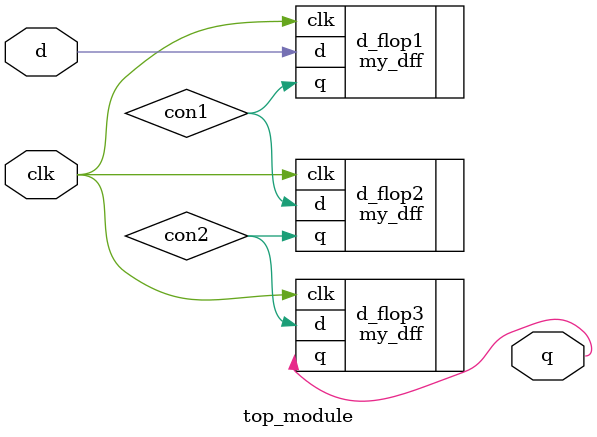
<source format=v>
module top_module ( input clk, input d, output q );
    wire con1,con2;
    
    my_dff d_flop1(.clk(clk),.d(d),.q(con1));
    my_dff d_flop2(.clk(clk),.d(con1),.q(con2));
    my_dff d_flop3(.clk(clk),.d(con2),.q(q));
endmodule

</source>
